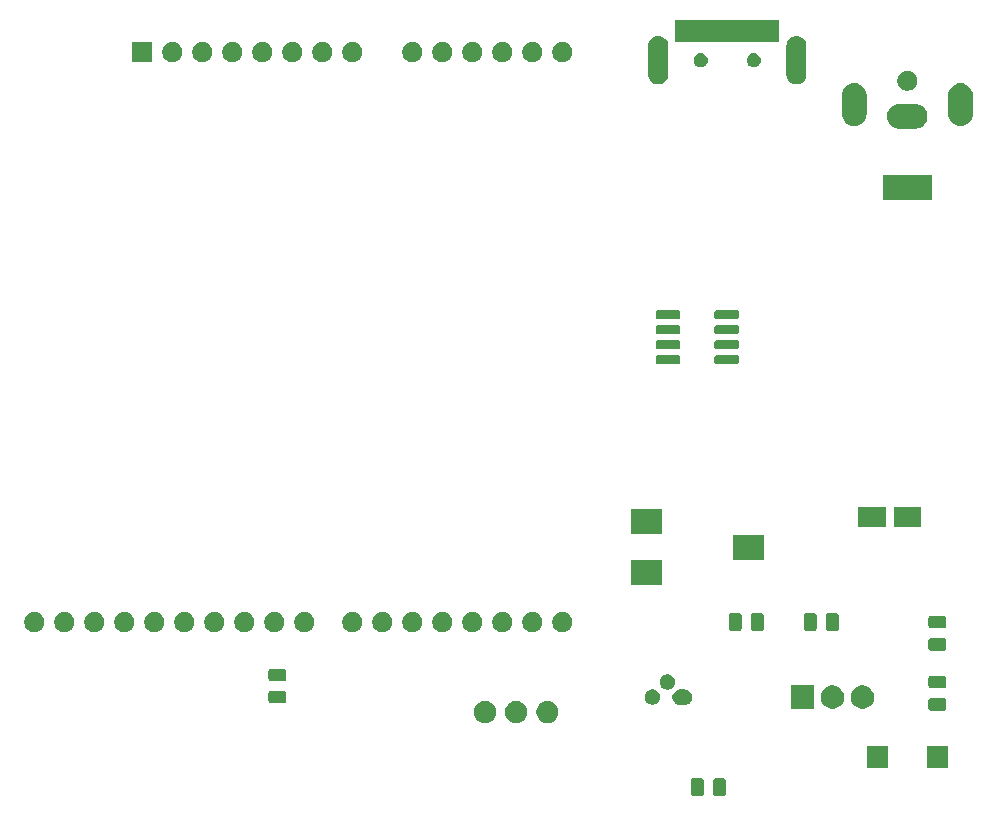
<source format=gbr>
G04 #@! TF.GenerationSoftware,KiCad,Pcbnew,(5.1.5)-3*
G04 #@! TF.CreationDate,2020-04-27T02:41:32-07:00*
G04 #@! TF.ProjectId,SolaRCharger,536f6c61-5243-4686-9172-6765722e6b69,rev?*
G04 #@! TF.SameCoordinates,Original*
G04 #@! TF.FileFunction,Soldermask,Top*
G04 #@! TF.FilePolarity,Negative*
%FSLAX46Y46*%
G04 Gerber Fmt 4.6, Leading zero omitted, Abs format (unit mm)*
G04 Created by KiCad (PCBNEW (5.1.5)-3) date 2020-04-27 02:41:32*
%MOMM*%
%LPD*%
G04 APERTURE LIST*
%ADD10C,0.100000*%
G04 APERTURE END LIST*
D10*
G36*
X138801968Y-140223565D02*
G01*
X138840638Y-140235296D01*
X138876277Y-140254346D01*
X138907517Y-140279983D01*
X138933154Y-140311223D01*
X138952204Y-140346862D01*
X138963935Y-140385532D01*
X138968500Y-140431888D01*
X138968500Y-141508112D01*
X138963935Y-141554468D01*
X138952204Y-141593138D01*
X138933154Y-141628777D01*
X138907517Y-141660017D01*
X138876277Y-141685654D01*
X138840638Y-141704704D01*
X138801968Y-141716435D01*
X138755612Y-141721000D01*
X138104388Y-141721000D01*
X138058032Y-141716435D01*
X138019362Y-141704704D01*
X137983723Y-141685654D01*
X137952483Y-141660017D01*
X137926846Y-141628777D01*
X137907796Y-141593138D01*
X137896065Y-141554468D01*
X137891500Y-141508112D01*
X137891500Y-140431888D01*
X137896065Y-140385532D01*
X137907796Y-140346862D01*
X137926846Y-140311223D01*
X137952483Y-140279983D01*
X137983723Y-140254346D01*
X138019362Y-140235296D01*
X138058032Y-140223565D01*
X138104388Y-140219000D01*
X138755612Y-140219000D01*
X138801968Y-140223565D01*
G37*
G36*
X140676968Y-140223565D02*
G01*
X140715638Y-140235296D01*
X140751277Y-140254346D01*
X140782517Y-140279983D01*
X140808154Y-140311223D01*
X140827204Y-140346862D01*
X140838935Y-140385532D01*
X140843500Y-140431888D01*
X140843500Y-141508112D01*
X140838935Y-141554468D01*
X140827204Y-141593138D01*
X140808154Y-141628777D01*
X140782517Y-141660017D01*
X140751277Y-141685654D01*
X140715638Y-141704704D01*
X140676968Y-141716435D01*
X140630612Y-141721000D01*
X139979388Y-141721000D01*
X139933032Y-141716435D01*
X139894362Y-141704704D01*
X139858723Y-141685654D01*
X139827483Y-141660017D01*
X139801846Y-141628777D01*
X139782796Y-141593138D01*
X139771065Y-141554468D01*
X139766500Y-141508112D01*
X139766500Y-140431888D01*
X139771065Y-140385532D01*
X139782796Y-140346862D01*
X139801846Y-140311223D01*
X139827483Y-140279983D01*
X139858723Y-140254346D01*
X139894362Y-140235296D01*
X139933032Y-140223565D01*
X139979388Y-140219000D01*
X140630612Y-140219000D01*
X140676968Y-140223565D01*
G37*
G36*
X154571000Y-139331000D02*
G01*
X152769000Y-139331000D01*
X152769000Y-137529000D01*
X154571000Y-137529000D01*
X154571000Y-139331000D01*
G37*
G36*
X159651000Y-139331000D02*
G01*
X157849000Y-139331000D01*
X157849000Y-137529000D01*
X159651000Y-137529000D01*
X159651000Y-139331000D01*
G37*
G36*
X126004187Y-133716123D02*
G01*
X126131449Y-133768837D01*
X126175257Y-133786983D01*
X126223652Y-133819320D01*
X126329214Y-133889854D01*
X126460146Y-134020786D01*
X126563018Y-134174745D01*
X126633877Y-134345813D01*
X126670000Y-134527417D01*
X126670000Y-134712583D01*
X126633877Y-134894187D01*
X126563018Y-135065255D01*
X126563017Y-135065257D01*
X126460145Y-135219215D01*
X126329215Y-135350145D01*
X126175257Y-135453017D01*
X126175256Y-135453018D01*
X126175255Y-135453018D01*
X126004187Y-135523877D01*
X125822583Y-135560000D01*
X125637417Y-135560000D01*
X125455813Y-135523877D01*
X125284745Y-135453018D01*
X125284744Y-135453018D01*
X125284743Y-135453017D01*
X125130785Y-135350145D01*
X124999855Y-135219215D01*
X124896983Y-135065257D01*
X124896982Y-135065255D01*
X124826123Y-134894187D01*
X124790000Y-134712583D01*
X124790000Y-134527417D01*
X124826123Y-134345813D01*
X124896982Y-134174745D01*
X124999854Y-134020786D01*
X125130786Y-133889854D01*
X125236348Y-133819320D01*
X125284743Y-133786983D01*
X125328551Y-133768837D01*
X125455813Y-133716123D01*
X125637417Y-133680000D01*
X125822583Y-133680000D01*
X126004187Y-133716123D01*
G37*
G36*
X120724188Y-133716123D02*
G01*
X120851450Y-133768837D01*
X120895258Y-133786983D01*
X120943653Y-133819320D01*
X121049215Y-133889854D01*
X121180147Y-134020786D01*
X121283019Y-134174745D01*
X121353878Y-134345813D01*
X121390001Y-134527417D01*
X121390001Y-134712583D01*
X121353878Y-134894187D01*
X121283019Y-135065255D01*
X121283018Y-135065257D01*
X121180146Y-135219215D01*
X121049216Y-135350145D01*
X120895258Y-135453017D01*
X120895257Y-135453018D01*
X120895256Y-135453018D01*
X120724188Y-135523877D01*
X120542584Y-135560000D01*
X120357418Y-135560000D01*
X120175814Y-135523877D01*
X120004746Y-135453018D01*
X120004745Y-135453018D01*
X120004744Y-135453017D01*
X119850786Y-135350145D01*
X119719856Y-135219215D01*
X119616984Y-135065257D01*
X119616983Y-135065255D01*
X119546124Y-134894187D01*
X119510001Y-134712583D01*
X119510001Y-134527417D01*
X119546124Y-134345813D01*
X119616983Y-134174745D01*
X119719855Y-134020786D01*
X119850787Y-133889854D01*
X119956349Y-133819320D01*
X120004744Y-133786983D01*
X120048552Y-133768837D01*
X120175814Y-133716123D01*
X120357418Y-133680000D01*
X120542584Y-133680000D01*
X120724188Y-133716123D01*
G37*
G36*
X123364187Y-133716123D02*
G01*
X123491449Y-133768837D01*
X123535257Y-133786983D01*
X123583652Y-133819320D01*
X123689214Y-133889854D01*
X123820146Y-134020786D01*
X123923018Y-134174745D01*
X123993877Y-134345813D01*
X124030000Y-134527417D01*
X124030000Y-134712583D01*
X123993877Y-134894187D01*
X123923018Y-135065255D01*
X123923017Y-135065257D01*
X123820145Y-135219215D01*
X123689215Y-135350145D01*
X123535257Y-135453017D01*
X123535256Y-135453018D01*
X123535255Y-135453018D01*
X123364187Y-135523877D01*
X123182583Y-135560000D01*
X122997417Y-135560000D01*
X122815813Y-135523877D01*
X122644745Y-135453018D01*
X122644744Y-135453018D01*
X122644743Y-135453017D01*
X122490785Y-135350145D01*
X122359855Y-135219215D01*
X122256983Y-135065257D01*
X122256982Y-135065255D01*
X122186123Y-134894187D01*
X122150000Y-134712583D01*
X122150000Y-134527417D01*
X122186123Y-134345813D01*
X122256982Y-134174745D01*
X122359854Y-134020786D01*
X122490786Y-133889854D01*
X122596348Y-133819320D01*
X122644743Y-133786983D01*
X122688551Y-133768837D01*
X122815813Y-133716123D01*
X122997417Y-133680000D01*
X123182583Y-133680000D01*
X123364187Y-133716123D01*
G37*
G36*
X159334468Y-133421065D02*
G01*
X159373138Y-133432796D01*
X159408777Y-133451846D01*
X159440017Y-133477483D01*
X159465654Y-133508723D01*
X159484704Y-133544362D01*
X159496435Y-133583032D01*
X159501000Y-133629388D01*
X159501000Y-134280612D01*
X159496435Y-134326968D01*
X159484704Y-134365638D01*
X159465654Y-134401277D01*
X159440017Y-134432517D01*
X159408777Y-134458154D01*
X159373138Y-134477204D01*
X159334468Y-134488935D01*
X159288112Y-134493500D01*
X158211888Y-134493500D01*
X158165532Y-134488935D01*
X158126862Y-134477204D01*
X158091223Y-134458154D01*
X158059983Y-134432517D01*
X158034346Y-134401277D01*
X158015296Y-134365638D01*
X158003565Y-134326968D01*
X157999000Y-134280612D01*
X157999000Y-133629388D01*
X158003565Y-133583032D01*
X158015296Y-133544362D01*
X158034346Y-133508723D01*
X158059983Y-133477483D01*
X158091223Y-133451846D01*
X158126862Y-133432796D01*
X158165532Y-133421065D01*
X158211888Y-133416500D01*
X159288112Y-133416500D01*
X159334468Y-133421065D01*
G37*
G36*
X152689003Y-132397275D02*
G01*
X152689005Y-132397276D01*
X152689006Y-132397276D01*
X152869320Y-132471964D01*
X153031598Y-132580395D01*
X153169605Y-132718402D01*
X153278036Y-132880680D01*
X153352724Y-133060994D01*
X153352725Y-133060997D01*
X153390800Y-133252413D01*
X153390800Y-133447587D01*
X153354638Y-133629388D01*
X153352724Y-133639006D01*
X153278036Y-133819320D01*
X153169605Y-133981598D01*
X153031598Y-134119605D01*
X152869320Y-134228036D01*
X152689006Y-134302724D01*
X152689005Y-134302724D01*
X152689003Y-134302725D01*
X152497587Y-134340800D01*
X152302413Y-134340800D01*
X152110997Y-134302725D01*
X152110995Y-134302724D01*
X152110994Y-134302724D01*
X151930680Y-134228036D01*
X151768402Y-134119605D01*
X151630395Y-133981598D01*
X151521964Y-133819320D01*
X151447276Y-133639006D01*
X151445363Y-133629388D01*
X151409200Y-133447587D01*
X151409200Y-133252413D01*
X151447275Y-133060997D01*
X151447276Y-133060994D01*
X151521964Y-132880680D01*
X151630395Y-132718402D01*
X151768402Y-132580395D01*
X151930680Y-132471964D01*
X152110994Y-132397276D01*
X152110995Y-132397276D01*
X152110997Y-132397275D01*
X152302413Y-132359200D01*
X152497587Y-132359200D01*
X152689003Y-132397275D01*
G37*
G36*
X150149003Y-132397275D02*
G01*
X150149005Y-132397276D01*
X150149006Y-132397276D01*
X150329320Y-132471964D01*
X150491598Y-132580395D01*
X150629605Y-132718402D01*
X150738036Y-132880680D01*
X150812724Y-133060994D01*
X150812725Y-133060997D01*
X150850800Y-133252413D01*
X150850800Y-133447587D01*
X150814638Y-133629388D01*
X150812724Y-133639006D01*
X150738036Y-133819320D01*
X150629605Y-133981598D01*
X150491598Y-134119605D01*
X150329320Y-134228036D01*
X150149006Y-134302724D01*
X150149005Y-134302724D01*
X150149003Y-134302725D01*
X149957587Y-134340800D01*
X149762413Y-134340800D01*
X149570997Y-134302725D01*
X149570995Y-134302724D01*
X149570994Y-134302724D01*
X149390680Y-134228036D01*
X149228402Y-134119605D01*
X149090395Y-133981598D01*
X148981964Y-133819320D01*
X148907276Y-133639006D01*
X148905363Y-133629388D01*
X148869200Y-133447587D01*
X148869200Y-133252413D01*
X148907275Y-133060997D01*
X148907276Y-133060994D01*
X148981964Y-132880680D01*
X149090395Y-132718402D01*
X149228402Y-132580395D01*
X149390680Y-132471964D01*
X149570994Y-132397276D01*
X149570995Y-132397276D01*
X149570997Y-132397275D01*
X149762413Y-132359200D01*
X149957587Y-132359200D01*
X150149003Y-132397275D01*
G37*
G36*
X148310800Y-134340800D02*
G01*
X146329200Y-134340800D01*
X146329200Y-132359200D01*
X148310800Y-132359200D01*
X148310800Y-134340800D01*
G37*
G36*
X134719225Y-132705983D02*
G01*
X134809890Y-132724017D01*
X134928364Y-132773091D01*
X134977756Y-132806094D01*
X135034988Y-132844335D01*
X135125665Y-132935012D01*
X135196910Y-133041638D01*
X135245983Y-133160110D01*
X135271000Y-133285881D01*
X135271000Y-133414119D01*
X135245983Y-133539890D01*
X135204928Y-133639006D01*
X135196909Y-133658364D01*
X135125665Y-133764988D01*
X135034988Y-133855665D01*
X134928364Y-133926909D01*
X134928363Y-133926910D01*
X134928362Y-133926910D01*
X134809890Y-133975983D01*
X134684119Y-134001000D01*
X134555881Y-134001000D01*
X134430110Y-133975983D01*
X134311638Y-133926910D01*
X134311637Y-133926910D01*
X134311636Y-133926909D01*
X134205012Y-133855665D01*
X134114335Y-133764988D01*
X134043091Y-133658364D01*
X134035073Y-133639006D01*
X133994017Y-133539890D01*
X133969000Y-133414119D01*
X133969000Y-133285881D01*
X133994017Y-133160110D01*
X134043090Y-133041638D01*
X134114335Y-132935012D01*
X134205012Y-132844335D01*
X134262244Y-132806094D01*
X134311636Y-132773091D01*
X134430110Y-132724017D01*
X134520775Y-132705983D01*
X134555881Y-132699000D01*
X134684119Y-132699000D01*
X134719225Y-132705983D01*
G37*
G36*
X137423855Y-132702140D02*
G01*
X137487618Y-132708420D01*
X137562054Y-132731000D01*
X137610336Y-132745646D01*
X137723425Y-132806094D01*
X137822554Y-132887446D01*
X137903906Y-132986575D01*
X137964354Y-133099664D01*
X137964355Y-133099668D01*
X138001580Y-133222382D01*
X138014149Y-133350000D01*
X138001580Y-133477618D01*
X137982690Y-133539890D01*
X137964354Y-133600336D01*
X137903906Y-133713425D01*
X137822554Y-133812554D01*
X137723425Y-133893906D01*
X137610336Y-133954354D01*
X137578404Y-133964040D01*
X137487618Y-133991580D01*
X137423855Y-133997860D01*
X137391974Y-134001000D01*
X136928026Y-134001000D01*
X136896145Y-133997860D01*
X136832382Y-133991580D01*
X136741596Y-133964040D01*
X136709664Y-133954354D01*
X136596575Y-133893906D01*
X136497446Y-133812554D01*
X136416094Y-133713425D01*
X136355646Y-133600336D01*
X136337310Y-133539890D01*
X136318420Y-133477618D01*
X136305851Y-133350000D01*
X136318420Y-133222382D01*
X136355645Y-133099668D01*
X136355646Y-133099664D01*
X136416094Y-132986575D01*
X136497446Y-132887446D01*
X136596575Y-132806094D01*
X136709664Y-132745646D01*
X136757946Y-132731000D01*
X136832382Y-132708420D01*
X136896145Y-132702140D01*
X136928026Y-132699000D01*
X137391974Y-132699000D01*
X137423855Y-132702140D01*
G37*
G36*
X103454468Y-132816065D02*
G01*
X103493138Y-132827796D01*
X103528777Y-132846846D01*
X103560017Y-132872483D01*
X103585654Y-132903723D01*
X103604704Y-132939362D01*
X103616435Y-132978032D01*
X103621000Y-133024388D01*
X103621000Y-133675612D01*
X103616435Y-133721968D01*
X103604704Y-133760638D01*
X103585654Y-133796277D01*
X103560017Y-133827517D01*
X103528777Y-133853154D01*
X103493138Y-133872204D01*
X103454468Y-133883935D01*
X103408112Y-133888500D01*
X102331888Y-133888500D01*
X102285532Y-133883935D01*
X102246862Y-133872204D01*
X102211223Y-133853154D01*
X102179983Y-133827517D01*
X102154346Y-133796277D01*
X102135296Y-133760638D01*
X102123565Y-133721968D01*
X102119000Y-133675612D01*
X102119000Y-133024388D01*
X102123565Y-132978032D01*
X102135296Y-132939362D01*
X102154346Y-132903723D01*
X102179983Y-132872483D01*
X102211223Y-132846846D01*
X102246862Y-132827796D01*
X102285532Y-132816065D01*
X102331888Y-132811500D01*
X103408112Y-132811500D01*
X103454468Y-132816065D01*
G37*
G36*
X136079890Y-131454017D02*
G01*
X136198364Y-131503091D01*
X136304988Y-131574335D01*
X136395665Y-131665012D01*
X136466909Y-131771636D01*
X136515983Y-131890110D01*
X136541000Y-132015882D01*
X136541000Y-132144118D01*
X136515983Y-132269890D01*
X136466909Y-132388364D01*
X136395665Y-132494988D01*
X136304988Y-132585665D01*
X136198364Y-132656909D01*
X136198363Y-132656910D01*
X136198362Y-132656910D01*
X136079890Y-132705983D01*
X135954119Y-132731000D01*
X135825881Y-132731000D01*
X135700110Y-132705983D01*
X135581638Y-132656910D01*
X135581637Y-132656910D01*
X135581636Y-132656909D01*
X135475012Y-132585665D01*
X135384335Y-132494988D01*
X135313091Y-132388364D01*
X135264017Y-132269890D01*
X135239000Y-132144118D01*
X135239000Y-132015882D01*
X135264017Y-131890110D01*
X135313091Y-131771636D01*
X135384335Y-131665012D01*
X135475012Y-131574335D01*
X135581636Y-131503091D01*
X135700110Y-131454017D01*
X135825881Y-131429000D01*
X135954119Y-131429000D01*
X136079890Y-131454017D01*
G37*
G36*
X159334468Y-131546065D02*
G01*
X159373138Y-131557796D01*
X159408777Y-131576846D01*
X159440017Y-131602483D01*
X159465654Y-131633723D01*
X159484704Y-131669362D01*
X159496435Y-131708032D01*
X159501000Y-131754388D01*
X159501000Y-132405612D01*
X159496435Y-132451968D01*
X159484704Y-132490638D01*
X159465654Y-132526277D01*
X159440017Y-132557517D01*
X159408777Y-132583154D01*
X159373138Y-132602204D01*
X159334468Y-132613935D01*
X159288112Y-132618500D01*
X158211888Y-132618500D01*
X158165532Y-132613935D01*
X158126862Y-132602204D01*
X158091223Y-132583154D01*
X158059983Y-132557517D01*
X158034346Y-132526277D01*
X158015296Y-132490638D01*
X158003565Y-132451968D01*
X157999000Y-132405612D01*
X157999000Y-131754388D01*
X158003565Y-131708032D01*
X158015296Y-131669362D01*
X158034346Y-131633723D01*
X158059983Y-131602483D01*
X158091223Y-131576846D01*
X158126862Y-131557796D01*
X158165532Y-131546065D01*
X158211888Y-131541500D01*
X159288112Y-131541500D01*
X159334468Y-131546065D01*
G37*
G36*
X103454468Y-130941065D02*
G01*
X103493138Y-130952796D01*
X103528777Y-130971846D01*
X103560017Y-130997483D01*
X103585654Y-131028723D01*
X103604704Y-131064362D01*
X103616435Y-131103032D01*
X103621000Y-131149388D01*
X103621000Y-131800612D01*
X103616435Y-131846968D01*
X103604704Y-131885638D01*
X103585654Y-131921277D01*
X103560017Y-131952517D01*
X103528777Y-131978154D01*
X103493138Y-131997204D01*
X103454468Y-132008935D01*
X103408112Y-132013500D01*
X102331888Y-132013500D01*
X102285532Y-132008935D01*
X102246862Y-131997204D01*
X102211223Y-131978154D01*
X102179983Y-131952517D01*
X102154346Y-131921277D01*
X102135296Y-131885638D01*
X102123565Y-131846968D01*
X102119000Y-131800612D01*
X102119000Y-131149388D01*
X102123565Y-131103032D01*
X102135296Y-131064362D01*
X102154346Y-131028723D01*
X102179983Y-130997483D01*
X102211223Y-130971846D01*
X102246862Y-130952796D01*
X102285532Y-130941065D01*
X102331888Y-130936500D01*
X103408112Y-130936500D01*
X103454468Y-130941065D01*
G37*
G36*
X159334468Y-128341065D02*
G01*
X159373138Y-128352796D01*
X159408777Y-128371846D01*
X159440017Y-128397483D01*
X159465654Y-128428723D01*
X159484704Y-128464362D01*
X159496435Y-128503032D01*
X159501000Y-128549388D01*
X159501000Y-129200612D01*
X159496435Y-129246968D01*
X159484704Y-129285638D01*
X159465654Y-129321277D01*
X159440017Y-129352517D01*
X159408777Y-129378154D01*
X159373138Y-129397204D01*
X159334468Y-129408935D01*
X159288112Y-129413500D01*
X158211888Y-129413500D01*
X158165532Y-129408935D01*
X158126862Y-129397204D01*
X158091223Y-129378154D01*
X158059983Y-129352517D01*
X158034346Y-129321277D01*
X158015296Y-129285638D01*
X158003565Y-129246968D01*
X157999000Y-129200612D01*
X157999000Y-128549388D01*
X158003565Y-128503032D01*
X158015296Y-128464362D01*
X158034346Y-128428723D01*
X158059983Y-128397483D01*
X158091223Y-128371846D01*
X158126862Y-128352796D01*
X158165532Y-128341065D01*
X158211888Y-128336500D01*
X159288112Y-128336500D01*
X159334468Y-128341065D01*
G37*
G36*
X124708228Y-126181703D02*
G01*
X124863100Y-126245853D01*
X125002481Y-126338985D01*
X125121015Y-126457519D01*
X125214147Y-126596900D01*
X125278297Y-126751772D01*
X125311000Y-126916184D01*
X125311000Y-127083816D01*
X125278297Y-127248228D01*
X125214147Y-127403100D01*
X125121015Y-127542481D01*
X125002481Y-127661015D01*
X124863100Y-127754147D01*
X124708228Y-127818297D01*
X124543816Y-127851000D01*
X124376184Y-127851000D01*
X124211772Y-127818297D01*
X124056900Y-127754147D01*
X123917519Y-127661015D01*
X123798985Y-127542481D01*
X123705853Y-127403100D01*
X123641703Y-127248228D01*
X123609000Y-127083816D01*
X123609000Y-126916184D01*
X123641703Y-126751772D01*
X123705853Y-126596900D01*
X123798985Y-126457519D01*
X123917519Y-126338985D01*
X124056900Y-126245853D01*
X124211772Y-126181703D01*
X124376184Y-126149000D01*
X124543816Y-126149000D01*
X124708228Y-126181703D01*
G37*
G36*
X82548228Y-126181703D02*
G01*
X82703100Y-126245853D01*
X82842481Y-126338985D01*
X82961015Y-126457519D01*
X83054147Y-126596900D01*
X83118297Y-126751772D01*
X83151000Y-126916184D01*
X83151000Y-127083816D01*
X83118297Y-127248228D01*
X83054147Y-127403100D01*
X82961015Y-127542481D01*
X82842481Y-127661015D01*
X82703100Y-127754147D01*
X82548228Y-127818297D01*
X82383816Y-127851000D01*
X82216184Y-127851000D01*
X82051772Y-127818297D01*
X81896900Y-127754147D01*
X81757519Y-127661015D01*
X81638985Y-127542481D01*
X81545853Y-127403100D01*
X81481703Y-127248228D01*
X81449000Y-127083816D01*
X81449000Y-126916184D01*
X81481703Y-126751772D01*
X81545853Y-126596900D01*
X81638985Y-126457519D01*
X81757519Y-126338985D01*
X81896900Y-126245853D01*
X82051772Y-126181703D01*
X82216184Y-126149000D01*
X82383816Y-126149000D01*
X82548228Y-126181703D01*
G37*
G36*
X85088228Y-126181703D02*
G01*
X85243100Y-126245853D01*
X85382481Y-126338985D01*
X85501015Y-126457519D01*
X85594147Y-126596900D01*
X85658297Y-126751772D01*
X85691000Y-126916184D01*
X85691000Y-127083816D01*
X85658297Y-127248228D01*
X85594147Y-127403100D01*
X85501015Y-127542481D01*
X85382481Y-127661015D01*
X85243100Y-127754147D01*
X85088228Y-127818297D01*
X84923816Y-127851000D01*
X84756184Y-127851000D01*
X84591772Y-127818297D01*
X84436900Y-127754147D01*
X84297519Y-127661015D01*
X84178985Y-127542481D01*
X84085853Y-127403100D01*
X84021703Y-127248228D01*
X83989000Y-127083816D01*
X83989000Y-126916184D01*
X84021703Y-126751772D01*
X84085853Y-126596900D01*
X84178985Y-126457519D01*
X84297519Y-126338985D01*
X84436900Y-126245853D01*
X84591772Y-126181703D01*
X84756184Y-126149000D01*
X84923816Y-126149000D01*
X85088228Y-126181703D01*
G37*
G36*
X122168228Y-126181703D02*
G01*
X122323100Y-126245853D01*
X122462481Y-126338985D01*
X122581015Y-126457519D01*
X122674147Y-126596900D01*
X122738297Y-126751772D01*
X122771000Y-126916184D01*
X122771000Y-127083816D01*
X122738297Y-127248228D01*
X122674147Y-127403100D01*
X122581015Y-127542481D01*
X122462481Y-127661015D01*
X122323100Y-127754147D01*
X122168228Y-127818297D01*
X122003816Y-127851000D01*
X121836184Y-127851000D01*
X121671772Y-127818297D01*
X121516900Y-127754147D01*
X121377519Y-127661015D01*
X121258985Y-127542481D01*
X121165853Y-127403100D01*
X121101703Y-127248228D01*
X121069000Y-127083816D01*
X121069000Y-126916184D01*
X121101703Y-126751772D01*
X121165853Y-126596900D01*
X121258985Y-126457519D01*
X121377519Y-126338985D01*
X121516900Y-126245853D01*
X121671772Y-126181703D01*
X121836184Y-126149000D01*
X122003816Y-126149000D01*
X122168228Y-126181703D01*
G37*
G36*
X119628228Y-126181703D02*
G01*
X119783100Y-126245853D01*
X119922481Y-126338985D01*
X120041015Y-126457519D01*
X120134147Y-126596900D01*
X120198297Y-126751772D01*
X120231000Y-126916184D01*
X120231000Y-127083816D01*
X120198297Y-127248228D01*
X120134147Y-127403100D01*
X120041015Y-127542481D01*
X119922481Y-127661015D01*
X119783100Y-127754147D01*
X119628228Y-127818297D01*
X119463816Y-127851000D01*
X119296184Y-127851000D01*
X119131772Y-127818297D01*
X118976900Y-127754147D01*
X118837519Y-127661015D01*
X118718985Y-127542481D01*
X118625853Y-127403100D01*
X118561703Y-127248228D01*
X118529000Y-127083816D01*
X118529000Y-126916184D01*
X118561703Y-126751772D01*
X118625853Y-126596900D01*
X118718985Y-126457519D01*
X118837519Y-126338985D01*
X118976900Y-126245853D01*
X119131772Y-126181703D01*
X119296184Y-126149000D01*
X119463816Y-126149000D01*
X119628228Y-126181703D01*
G37*
G36*
X117088228Y-126181703D02*
G01*
X117243100Y-126245853D01*
X117382481Y-126338985D01*
X117501015Y-126457519D01*
X117594147Y-126596900D01*
X117658297Y-126751772D01*
X117691000Y-126916184D01*
X117691000Y-127083816D01*
X117658297Y-127248228D01*
X117594147Y-127403100D01*
X117501015Y-127542481D01*
X117382481Y-127661015D01*
X117243100Y-127754147D01*
X117088228Y-127818297D01*
X116923816Y-127851000D01*
X116756184Y-127851000D01*
X116591772Y-127818297D01*
X116436900Y-127754147D01*
X116297519Y-127661015D01*
X116178985Y-127542481D01*
X116085853Y-127403100D01*
X116021703Y-127248228D01*
X115989000Y-127083816D01*
X115989000Y-126916184D01*
X116021703Y-126751772D01*
X116085853Y-126596900D01*
X116178985Y-126457519D01*
X116297519Y-126338985D01*
X116436900Y-126245853D01*
X116591772Y-126181703D01*
X116756184Y-126149000D01*
X116923816Y-126149000D01*
X117088228Y-126181703D01*
G37*
G36*
X114548228Y-126181703D02*
G01*
X114703100Y-126245853D01*
X114842481Y-126338985D01*
X114961015Y-126457519D01*
X115054147Y-126596900D01*
X115118297Y-126751772D01*
X115151000Y-126916184D01*
X115151000Y-127083816D01*
X115118297Y-127248228D01*
X115054147Y-127403100D01*
X114961015Y-127542481D01*
X114842481Y-127661015D01*
X114703100Y-127754147D01*
X114548228Y-127818297D01*
X114383816Y-127851000D01*
X114216184Y-127851000D01*
X114051772Y-127818297D01*
X113896900Y-127754147D01*
X113757519Y-127661015D01*
X113638985Y-127542481D01*
X113545853Y-127403100D01*
X113481703Y-127248228D01*
X113449000Y-127083816D01*
X113449000Y-126916184D01*
X113481703Y-126751772D01*
X113545853Y-126596900D01*
X113638985Y-126457519D01*
X113757519Y-126338985D01*
X113896900Y-126245853D01*
X114051772Y-126181703D01*
X114216184Y-126149000D01*
X114383816Y-126149000D01*
X114548228Y-126181703D01*
G37*
G36*
X112008228Y-126181703D02*
G01*
X112163100Y-126245853D01*
X112302481Y-126338985D01*
X112421015Y-126457519D01*
X112514147Y-126596900D01*
X112578297Y-126751772D01*
X112611000Y-126916184D01*
X112611000Y-127083816D01*
X112578297Y-127248228D01*
X112514147Y-127403100D01*
X112421015Y-127542481D01*
X112302481Y-127661015D01*
X112163100Y-127754147D01*
X112008228Y-127818297D01*
X111843816Y-127851000D01*
X111676184Y-127851000D01*
X111511772Y-127818297D01*
X111356900Y-127754147D01*
X111217519Y-127661015D01*
X111098985Y-127542481D01*
X111005853Y-127403100D01*
X110941703Y-127248228D01*
X110909000Y-127083816D01*
X110909000Y-126916184D01*
X110941703Y-126751772D01*
X111005853Y-126596900D01*
X111098985Y-126457519D01*
X111217519Y-126338985D01*
X111356900Y-126245853D01*
X111511772Y-126181703D01*
X111676184Y-126149000D01*
X111843816Y-126149000D01*
X112008228Y-126181703D01*
G37*
G36*
X109468228Y-126181703D02*
G01*
X109623100Y-126245853D01*
X109762481Y-126338985D01*
X109881015Y-126457519D01*
X109974147Y-126596900D01*
X110038297Y-126751772D01*
X110071000Y-126916184D01*
X110071000Y-127083816D01*
X110038297Y-127248228D01*
X109974147Y-127403100D01*
X109881015Y-127542481D01*
X109762481Y-127661015D01*
X109623100Y-127754147D01*
X109468228Y-127818297D01*
X109303816Y-127851000D01*
X109136184Y-127851000D01*
X108971772Y-127818297D01*
X108816900Y-127754147D01*
X108677519Y-127661015D01*
X108558985Y-127542481D01*
X108465853Y-127403100D01*
X108401703Y-127248228D01*
X108369000Y-127083816D01*
X108369000Y-126916184D01*
X108401703Y-126751772D01*
X108465853Y-126596900D01*
X108558985Y-126457519D01*
X108677519Y-126338985D01*
X108816900Y-126245853D01*
X108971772Y-126181703D01*
X109136184Y-126149000D01*
X109303816Y-126149000D01*
X109468228Y-126181703D01*
G37*
G36*
X105408228Y-126181703D02*
G01*
X105563100Y-126245853D01*
X105702481Y-126338985D01*
X105821015Y-126457519D01*
X105914147Y-126596900D01*
X105978297Y-126751772D01*
X106011000Y-126916184D01*
X106011000Y-127083816D01*
X105978297Y-127248228D01*
X105914147Y-127403100D01*
X105821015Y-127542481D01*
X105702481Y-127661015D01*
X105563100Y-127754147D01*
X105408228Y-127818297D01*
X105243816Y-127851000D01*
X105076184Y-127851000D01*
X104911772Y-127818297D01*
X104756900Y-127754147D01*
X104617519Y-127661015D01*
X104498985Y-127542481D01*
X104405853Y-127403100D01*
X104341703Y-127248228D01*
X104309000Y-127083816D01*
X104309000Y-126916184D01*
X104341703Y-126751772D01*
X104405853Y-126596900D01*
X104498985Y-126457519D01*
X104617519Y-126338985D01*
X104756900Y-126245853D01*
X104911772Y-126181703D01*
X105076184Y-126149000D01*
X105243816Y-126149000D01*
X105408228Y-126181703D01*
G37*
G36*
X90168228Y-126181703D02*
G01*
X90323100Y-126245853D01*
X90462481Y-126338985D01*
X90581015Y-126457519D01*
X90674147Y-126596900D01*
X90738297Y-126751772D01*
X90771000Y-126916184D01*
X90771000Y-127083816D01*
X90738297Y-127248228D01*
X90674147Y-127403100D01*
X90581015Y-127542481D01*
X90462481Y-127661015D01*
X90323100Y-127754147D01*
X90168228Y-127818297D01*
X90003816Y-127851000D01*
X89836184Y-127851000D01*
X89671772Y-127818297D01*
X89516900Y-127754147D01*
X89377519Y-127661015D01*
X89258985Y-127542481D01*
X89165853Y-127403100D01*
X89101703Y-127248228D01*
X89069000Y-127083816D01*
X89069000Y-126916184D01*
X89101703Y-126751772D01*
X89165853Y-126596900D01*
X89258985Y-126457519D01*
X89377519Y-126338985D01*
X89516900Y-126245853D01*
X89671772Y-126181703D01*
X89836184Y-126149000D01*
X90003816Y-126149000D01*
X90168228Y-126181703D01*
G37*
G36*
X127248228Y-126181703D02*
G01*
X127403100Y-126245853D01*
X127542481Y-126338985D01*
X127661015Y-126457519D01*
X127754147Y-126596900D01*
X127818297Y-126751772D01*
X127851000Y-126916184D01*
X127851000Y-127083816D01*
X127818297Y-127248228D01*
X127754147Y-127403100D01*
X127661015Y-127542481D01*
X127542481Y-127661015D01*
X127403100Y-127754147D01*
X127248228Y-127818297D01*
X127083816Y-127851000D01*
X126916184Y-127851000D01*
X126751772Y-127818297D01*
X126596900Y-127754147D01*
X126457519Y-127661015D01*
X126338985Y-127542481D01*
X126245853Y-127403100D01*
X126181703Y-127248228D01*
X126149000Y-127083816D01*
X126149000Y-126916184D01*
X126181703Y-126751772D01*
X126245853Y-126596900D01*
X126338985Y-126457519D01*
X126457519Y-126338985D01*
X126596900Y-126245853D01*
X126751772Y-126181703D01*
X126916184Y-126149000D01*
X127083816Y-126149000D01*
X127248228Y-126181703D01*
G37*
G36*
X87628228Y-126181703D02*
G01*
X87783100Y-126245853D01*
X87922481Y-126338985D01*
X88041015Y-126457519D01*
X88134147Y-126596900D01*
X88198297Y-126751772D01*
X88231000Y-126916184D01*
X88231000Y-127083816D01*
X88198297Y-127248228D01*
X88134147Y-127403100D01*
X88041015Y-127542481D01*
X87922481Y-127661015D01*
X87783100Y-127754147D01*
X87628228Y-127818297D01*
X87463816Y-127851000D01*
X87296184Y-127851000D01*
X87131772Y-127818297D01*
X86976900Y-127754147D01*
X86837519Y-127661015D01*
X86718985Y-127542481D01*
X86625853Y-127403100D01*
X86561703Y-127248228D01*
X86529000Y-127083816D01*
X86529000Y-126916184D01*
X86561703Y-126751772D01*
X86625853Y-126596900D01*
X86718985Y-126457519D01*
X86837519Y-126338985D01*
X86976900Y-126245853D01*
X87131772Y-126181703D01*
X87296184Y-126149000D01*
X87463816Y-126149000D01*
X87628228Y-126181703D01*
G37*
G36*
X92708228Y-126181703D02*
G01*
X92863100Y-126245853D01*
X93002481Y-126338985D01*
X93121015Y-126457519D01*
X93214147Y-126596900D01*
X93278297Y-126751772D01*
X93311000Y-126916184D01*
X93311000Y-127083816D01*
X93278297Y-127248228D01*
X93214147Y-127403100D01*
X93121015Y-127542481D01*
X93002481Y-127661015D01*
X92863100Y-127754147D01*
X92708228Y-127818297D01*
X92543816Y-127851000D01*
X92376184Y-127851000D01*
X92211772Y-127818297D01*
X92056900Y-127754147D01*
X91917519Y-127661015D01*
X91798985Y-127542481D01*
X91705853Y-127403100D01*
X91641703Y-127248228D01*
X91609000Y-127083816D01*
X91609000Y-126916184D01*
X91641703Y-126751772D01*
X91705853Y-126596900D01*
X91798985Y-126457519D01*
X91917519Y-126338985D01*
X92056900Y-126245853D01*
X92211772Y-126181703D01*
X92376184Y-126149000D01*
X92543816Y-126149000D01*
X92708228Y-126181703D01*
G37*
G36*
X95248228Y-126181703D02*
G01*
X95403100Y-126245853D01*
X95542481Y-126338985D01*
X95661015Y-126457519D01*
X95754147Y-126596900D01*
X95818297Y-126751772D01*
X95851000Y-126916184D01*
X95851000Y-127083816D01*
X95818297Y-127248228D01*
X95754147Y-127403100D01*
X95661015Y-127542481D01*
X95542481Y-127661015D01*
X95403100Y-127754147D01*
X95248228Y-127818297D01*
X95083816Y-127851000D01*
X94916184Y-127851000D01*
X94751772Y-127818297D01*
X94596900Y-127754147D01*
X94457519Y-127661015D01*
X94338985Y-127542481D01*
X94245853Y-127403100D01*
X94181703Y-127248228D01*
X94149000Y-127083816D01*
X94149000Y-126916184D01*
X94181703Y-126751772D01*
X94245853Y-126596900D01*
X94338985Y-126457519D01*
X94457519Y-126338985D01*
X94596900Y-126245853D01*
X94751772Y-126181703D01*
X94916184Y-126149000D01*
X95083816Y-126149000D01*
X95248228Y-126181703D01*
G37*
G36*
X97788228Y-126181703D02*
G01*
X97943100Y-126245853D01*
X98082481Y-126338985D01*
X98201015Y-126457519D01*
X98294147Y-126596900D01*
X98358297Y-126751772D01*
X98391000Y-126916184D01*
X98391000Y-127083816D01*
X98358297Y-127248228D01*
X98294147Y-127403100D01*
X98201015Y-127542481D01*
X98082481Y-127661015D01*
X97943100Y-127754147D01*
X97788228Y-127818297D01*
X97623816Y-127851000D01*
X97456184Y-127851000D01*
X97291772Y-127818297D01*
X97136900Y-127754147D01*
X96997519Y-127661015D01*
X96878985Y-127542481D01*
X96785853Y-127403100D01*
X96721703Y-127248228D01*
X96689000Y-127083816D01*
X96689000Y-126916184D01*
X96721703Y-126751772D01*
X96785853Y-126596900D01*
X96878985Y-126457519D01*
X96997519Y-126338985D01*
X97136900Y-126245853D01*
X97291772Y-126181703D01*
X97456184Y-126149000D01*
X97623816Y-126149000D01*
X97788228Y-126181703D01*
G37*
G36*
X100328228Y-126181703D02*
G01*
X100483100Y-126245853D01*
X100622481Y-126338985D01*
X100741015Y-126457519D01*
X100834147Y-126596900D01*
X100898297Y-126751772D01*
X100931000Y-126916184D01*
X100931000Y-127083816D01*
X100898297Y-127248228D01*
X100834147Y-127403100D01*
X100741015Y-127542481D01*
X100622481Y-127661015D01*
X100483100Y-127754147D01*
X100328228Y-127818297D01*
X100163816Y-127851000D01*
X99996184Y-127851000D01*
X99831772Y-127818297D01*
X99676900Y-127754147D01*
X99537519Y-127661015D01*
X99418985Y-127542481D01*
X99325853Y-127403100D01*
X99261703Y-127248228D01*
X99229000Y-127083816D01*
X99229000Y-126916184D01*
X99261703Y-126751772D01*
X99325853Y-126596900D01*
X99418985Y-126457519D01*
X99537519Y-126338985D01*
X99676900Y-126245853D01*
X99831772Y-126181703D01*
X99996184Y-126149000D01*
X100163816Y-126149000D01*
X100328228Y-126181703D01*
G37*
G36*
X102868228Y-126181703D02*
G01*
X103023100Y-126245853D01*
X103162481Y-126338985D01*
X103281015Y-126457519D01*
X103374147Y-126596900D01*
X103438297Y-126751772D01*
X103471000Y-126916184D01*
X103471000Y-127083816D01*
X103438297Y-127248228D01*
X103374147Y-127403100D01*
X103281015Y-127542481D01*
X103162481Y-127661015D01*
X103023100Y-127754147D01*
X102868228Y-127818297D01*
X102703816Y-127851000D01*
X102536184Y-127851000D01*
X102371772Y-127818297D01*
X102216900Y-127754147D01*
X102077519Y-127661015D01*
X101958985Y-127542481D01*
X101865853Y-127403100D01*
X101801703Y-127248228D01*
X101769000Y-127083816D01*
X101769000Y-126916184D01*
X101801703Y-126751772D01*
X101865853Y-126596900D01*
X101958985Y-126457519D01*
X102077519Y-126338985D01*
X102216900Y-126245853D01*
X102371772Y-126181703D01*
X102536184Y-126149000D01*
X102703816Y-126149000D01*
X102868228Y-126181703D01*
G37*
G36*
X148356968Y-126253565D02*
G01*
X148395638Y-126265296D01*
X148431277Y-126284346D01*
X148462517Y-126309983D01*
X148488154Y-126341223D01*
X148507204Y-126376862D01*
X148518935Y-126415532D01*
X148523500Y-126461888D01*
X148523500Y-127538112D01*
X148518935Y-127584468D01*
X148507204Y-127623138D01*
X148488154Y-127658777D01*
X148462517Y-127690017D01*
X148431277Y-127715654D01*
X148395638Y-127734704D01*
X148356968Y-127746435D01*
X148310612Y-127751000D01*
X147659388Y-127751000D01*
X147613032Y-127746435D01*
X147574362Y-127734704D01*
X147538723Y-127715654D01*
X147507483Y-127690017D01*
X147481846Y-127658777D01*
X147462796Y-127623138D01*
X147451065Y-127584468D01*
X147446500Y-127538112D01*
X147446500Y-126461888D01*
X147451065Y-126415532D01*
X147462796Y-126376862D01*
X147481846Y-126341223D01*
X147507483Y-126309983D01*
X147538723Y-126284346D01*
X147574362Y-126265296D01*
X147613032Y-126253565D01*
X147659388Y-126249000D01*
X148310612Y-126249000D01*
X148356968Y-126253565D01*
G37*
G36*
X150231968Y-126253565D02*
G01*
X150270638Y-126265296D01*
X150306277Y-126284346D01*
X150337517Y-126309983D01*
X150363154Y-126341223D01*
X150382204Y-126376862D01*
X150393935Y-126415532D01*
X150398500Y-126461888D01*
X150398500Y-127538112D01*
X150393935Y-127584468D01*
X150382204Y-127623138D01*
X150363154Y-127658777D01*
X150337517Y-127690017D01*
X150306277Y-127715654D01*
X150270638Y-127734704D01*
X150231968Y-127746435D01*
X150185612Y-127751000D01*
X149534388Y-127751000D01*
X149488032Y-127746435D01*
X149449362Y-127734704D01*
X149413723Y-127715654D01*
X149382483Y-127690017D01*
X149356846Y-127658777D01*
X149337796Y-127623138D01*
X149326065Y-127584468D01*
X149321500Y-127538112D01*
X149321500Y-126461888D01*
X149326065Y-126415532D01*
X149337796Y-126376862D01*
X149356846Y-126341223D01*
X149382483Y-126309983D01*
X149413723Y-126284346D01*
X149449362Y-126265296D01*
X149488032Y-126253565D01*
X149534388Y-126249000D01*
X150185612Y-126249000D01*
X150231968Y-126253565D01*
G37*
G36*
X142006968Y-126253565D02*
G01*
X142045638Y-126265296D01*
X142081277Y-126284346D01*
X142112517Y-126309983D01*
X142138154Y-126341223D01*
X142157204Y-126376862D01*
X142168935Y-126415532D01*
X142173500Y-126461888D01*
X142173500Y-127538112D01*
X142168935Y-127584468D01*
X142157204Y-127623138D01*
X142138154Y-127658777D01*
X142112517Y-127690017D01*
X142081277Y-127715654D01*
X142045638Y-127734704D01*
X142006968Y-127746435D01*
X141960612Y-127751000D01*
X141309388Y-127751000D01*
X141263032Y-127746435D01*
X141224362Y-127734704D01*
X141188723Y-127715654D01*
X141157483Y-127690017D01*
X141131846Y-127658777D01*
X141112796Y-127623138D01*
X141101065Y-127584468D01*
X141096500Y-127538112D01*
X141096500Y-126461888D01*
X141101065Y-126415532D01*
X141112796Y-126376862D01*
X141131846Y-126341223D01*
X141157483Y-126309983D01*
X141188723Y-126284346D01*
X141224362Y-126265296D01*
X141263032Y-126253565D01*
X141309388Y-126249000D01*
X141960612Y-126249000D01*
X142006968Y-126253565D01*
G37*
G36*
X143881968Y-126253565D02*
G01*
X143920638Y-126265296D01*
X143956277Y-126284346D01*
X143987517Y-126309983D01*
X144013154Y-126341223D01*
X144032204Y-126376862D01*
X144043935Y-126415532D01*
X144048500Y-126461888D01*
X144048500Y-127538112D01*
X144043935Y-127584468D01*
X144032204Y-127623138D01*
X144013154Y-127658777D01*
X143987517Y-127690017D01*
X143956277Y-127715654D01*
X143920638Y-127734704D01*
X143881968Y-127746435D01*
X143835612Y-127751000D01*
X143184388Y-127751000D01*
X143138032Y-127746435D01*
X143099362Y-127734704D01*
X143063723Y-127715654D01*
X143032483Y-127690017D01*
X143006846Y-127658777D01*
X142987796Y-127623138D01*
X142976065Y-127584468D01*
X142971500Y-127538112D01*
X142971500Y-126461888D01*
X142976065Y-126415532D01*
X142987796Y-126376862D01*
X143006846Y-126341223D01*
X143032483Y-126309983D01*
X143063723Y-126284346D01*
X143099362Y-126265296D01*
X143138032Y-126253565D01*
X143184388Y-126249000D01*
X143835612Y-126249000D01*
X143881968Y-126253565D01*
G37*
G36*
X159334468Y-126466065D02*
G01*
X159373138Y-126477796D01*
X159408777Y-126496846D01*
X159440017Y-126522483D01*
X159465654Y-126553723D01*
X159484704Y-126589362D01*
X159496435Y-126628032D01*
X159501000Y-126674388D01*
X159501000Y-127325612D01*
X159496435Y-127371968D01*
X159484704Y-127410638D01*
X159465654Y-127446277D01*
X159440017Y-127477517D01*
X159408777Y-127503154D01*
X159373138Y-127522204D01*
X159334468Y-127533935D01*
X159288112Y-127538500D01*
X158211888Y-127538500D01*
X158165532Y-127533935D01*
X158126862Y-127522204D01*
X158091223Y-127503154D01*
X158059983Y-127477517D01*
X158034346Y-127446277D01*
X158015296Y-127410638D01*
X158003565Y-127371968D01*
X157999000Y-127325612D01*
X157999000Y-126674388D01*
X158003565Y-126628032D01*
X158015296Y-126589362D01*
X158034346Y-126553723D01*
X158059983Y-126522483D01*
X158091223Y-126496846D01*
X158126862Y-126477796D01*
X158165532Y-126466065D01*
X158211888Y-126461500D01*
X159288112Y-126461500D01*
X159334468Y-126466065D01*
G37*
G36*
X135406000Y-123851000D02*
G01*
X132804000Y-123851000D01*
X132804000Y-121749000D01*
X135406000Y-121749000D01*
X135406000Y-123851000D01*
G37*
G36*
X144056000Y-121701000D02*
G01*
X141454000Y-121701000D01*
X141454000Y-119599000D01*
X144056000Y-119599000D01*
X144056000Y-121701000D01*
G37*
G36*
X135406000Y-119551000D02*
G01*
X132804000Y-119551000D01*
X132804000Y-117449000D01*
X135406000Y-117449000D01*
X135406000Y-119551000D01*
G37*
G36*
X154361000Y-118961000D02*
G01*
X152059000Y-118961000D01*
X152059000Y-117259000D01*
X154361000Y-117259000D01*
X154361000Y-118961000D01*
G37*
G36*
X157361000Y-118961000D02*
G01*
X155059000Y-118961000D01*
X155059000Y-117259000D01*
X157361000Y-117259000D01*
X157361000Y-118961000D01*
G37*
G36*
X141839928Y-104426764D02*
G01*
X141861009Y-104433160D01*
X141880445Y-104443548D01*
X141897476Y-104457524D01*
X141911452Y-104474555D01*
X141921840Y-104493991D01*
X141928236Y-104515072D01*
X141931000Y-104543140D01*
X141931000Y-105006860D01*
X141928236Y-105034928D01*
X141921840Y-105056009D01*
X141911452Y-105075445D01*
X141897476Y-105092476D01*
X141880445Y-105106452D01*
X141861009Y-105116840D01*
X141839928Y-105123236D01*
X141811860Y-105126000D01*
X139998140Y-105126000D01*
X139970072Y-105123236D01*
X139948991Y-105116840D01*
X139929555Y-105106452D01*
X139912524Y-105092476D01*
X139898548Y-105075445D01*
X139888160Y-105056009D01*
X139881764Y-105034928D01*
X139879000Y-105006860D01*
X139879000Y-104543140D01*
X139881764Y-104515072D01*
X139888160Y-104493991D01*
X139898548Y-104474555D01*
X139912524Y-104457524D01*
X139929555Y-104443548D01*
X139948991Y-104433160D01*
X139970072Y-104426764D01*
X139998140Y-104424000D01*
X141811860Y-104424000D01*
X141839928Y-104426764D01*
G37*
G36*
X136889928Y-104426764D02*
G01*
X136911009Y-104433160D01*
X136930445Y-104443548D01*
X136947476Y-104457524D01*
X136961452Y-104474555D01*
X136971840Y-104493991D01*
X136978236Y-104515072D01*
X136981000Y-104543140D01*
X136981000Y-105006860D01*
X136978236Y-105034928D01*
X136971840Y-105056009D01*
X136961452Y-105075445D01*
X136947476Y-105092476D01*
X136930445Y-105106452D01*
X136911009Y-105116840D01*
X136889928Y-105123236D01*
X136861860Y-105126000D01*
X135048140Y-105126000D01*
X135020072Y-105123236D01*
X134998991Y-105116840D01*
X134979555Y-105106452D01*
X134962524Y-105092476D01*
X134948548Y-105075445D01*
X134938160Y-105056009D01*
X134931764Y-105034928D01*
X134929000Y-105006860D01*
X134929000Y-104543140D01*
X134931764Y-104515072D01*
X134938160Y-104493991D01*
X134948548Y-104474555D01*
X134962524Y-104457524D01*
X134979555Y-104443548D01*
X134998991Y-104433160D01*
X135020072Y-104426764D01*
X135048140Y-104424000D01*
X136861860Y-104424000D01*
X136889928Y-104426764D01*
G37*
G36*
X141839928Y-103156764D02*
G01*
X141861009Y-103163160D01*
X141880445Y-103173548D01*
X141897476Y-103187524D01*
X141911452Y-103204555D01*
X141921840Y-103223991D01*
X141928236Y-103245072D01*
X141931000Y-103273140D01*
X141931000Y-103736860D01*
X141928236Y-103764928D01*
X141921840Y-103786009D01*
X141911452Y-103805445D01*
X141897476Y-103822476D01*
X141880445Y-103836452D01*
X141861009Y-103846840D01*
X141839928Y-103853236D01*
X141811860Y-103856000D01*
X139998140Y-103856000D01*
X139970072Y-103853236D01*
X139948991Y-103846840D01*
X139929555Y-103836452D01*
X139912524Y-103822476D01*
X139898548Y-103805445D01*
X139888160Y-103786009D01*
X139881764Y-103764928D01*
X139879000Y-103736860D01*
X139879000Y-103273140D01*
X139881764Y-103245072D01*
X139888160Y-103223991D01*
X139898548Y-103204555D01*
X139912524Y-103187524D01*
X139929555Y-103173548D01*
X139948991Y-103163160D01*
X139970072Y-103156764D01*
X139998140Y-103154000D01*
X141811860Y-103154000D01*
X141839928Y-103156764D01*
G37*
G36*
X136889928Y-103156764D02*
G01*
X136911009Y-103163160D01*
X136930445Y-103173548D01*
X136947476Y-103187524D01*
X136961452Y-103204555D01*
X136971840Y-103223991D01*
X136978236Y-103245072D01*
X136981000Y-103273140D01*
X136981000Y-103736860D01*
X136978236Y-103764928D01*
X136971840Y-103786009D01*
X136961452Y-103805445D01*
X136947476Y-103822476D01*
X136930445Y-103836452D01*
X136911009Y-103846840D01*
X136889928Y-103853236D01*
X136861860Y-103856000D01*
X135048140Y-103856000D01*
X135020072Y-103853236D01*
X134998991Y-103846840D01*
X134979555Y-103836452D01*
X134962524Y-103822476D01*
X134948548Y-103805445D01*
X134938160Y-103786009D01*
X134931764Y-103764928D01*
X134929000Y-103736860D01*
X134929000Y-103273140D01*
X134931764Y-103245072D01*
X134938160Y-103223991D01*
X134948548Y-103204555D01*
X134962524Y-103187524D01*
X134979555Y-103173548D01*
X134998991Y-103163160D01*
X135020072Y-103156764D01*
X135048140Y-103154000D01*
X136861860Y-103154000D01*
X136889928Y-103156764D01*
G37*
G36*
X136889928Y-101886764D02*
G01*
X136911009Y-101893160D01*
X136930445Y-101903548D01*
X136947476Y-101917524D01*
X136961452Y-101934555D01*
X136971840Y-101953991D01*
X136978236Y-101975072D01*
X136981000Y-102003140D01*
X136981000Y-102466860D01*
X136978236Y-102494928D01*
X136971840Y-102516009D01*
X136961452Y-102535445D01*
X136947476Y-102552476D01*
X136930445Y-102566452D01*
X136911009Y-102576840D01*
X136889928Y-102583236D01*
X136861860Y-102586000D01*
X135048140Y-102586000D01*
X135020072Y-102583236D01*
X134998991Y-102576840D01*
X134979555Y-102566452D01*
X134962524Y-102552476D01*
X134948548Y-102535445D01*
X134938160Y-102516009D01*
X134931764Y-102494928D01*
X134929000Y-102466860D01*
X134929000Y-102003140D01*
X134931764Y-101975072D01*
X134938160Y-101953991D01*
X134948548Y-101934555D01*
X134962524Y-101917524D01*
X134979555Y-101903548D01*
X134998991Y-101893160D01*
X135020072Y-101886764D01*
X135048140Y-101884000D01*
X136861860Y-101884000D01*
X136889928Y-101886764D01*
G37*
G36*
X141839928Y-101886764D02*
G01*
X141861009Y-101893160D01*
X141880445Y-101903548D01*
X141897476Y-101917524D01*
X141911452Y-101934555D01*
X141921840Y-101953991D01*
X141928236Y-101975072D01*
X141931000Y-102003140D01*
X141931000Y-102466860D01*
X141928236Y-102494928D01*
X141921840Y-102516009D01*
X141911452Y-102535445D01*
X141897476Y-102552476D01*
X141880445Y-102566452D01*
X141861009Y-102576840D01*
X141839928Y-102583236D01*
X141811860Y-102586000D01*
X139998140Y-102586000D01*
X139970072Y-102583236D01*
X139948991Y-102576840D01*
X139929555Y-102566452D01*
X139912524Y-102552476D01*
X139898548Y-102535445D01*
X139888160Y-102516009D01*
X139881764Y-102494928D01*
X139879000Y-102466860D01*
X139879000Y-102003140D01*
X139881764Y-101975072D01*
X139888160Y-101953991D01*
X139898548Y-101934555D01*
X139912524Y-101917524D01*
X139929555Y-101903548D01*
X139948991Y-101893160D01*
X139970072Y-101886764D01*
X139998140Y-101884000D01*
X141811860Y-101884000D01*
X141839928Y-101886764D01*
G37*
G36*
X136889928Y-100616764D02*
G01*
X136911009Y-100623160D01*
X136930445Y-100633548D01*
X136947476Y-100647524D01*
X136961452Y-100664555D01*
X136971840Y-100683991D01*
X136978236Y-100705072D01*
X136981000Y-100733140D01*
X136981000Y-101196860D01*
X136978236Y-101224928D01*
X136971840Y-101246009D01*
X136961452Y-101265445D01*
X136947476Y-101282476D01*
X136930445Y-101296452D01*
X136911009Y-101306840D01*
X136889928Y-101313236D01*
X136861860Y-101316000D01*
X135048140Y-101316000D01*
X135020072Y-101313236D01*
X134998991Y-101306840D01*
X134979555Y-101296452D01*
X134962524Y-101282476D01*
X134948548Y-101265445D01*
X134938160Y-101246009D01*
X134931764Y-101224928D01*
X134929000Y-101196860D01*
X134929000Y-100733140D01*
X134931764Y-100705072D01*
X134938160Y-100683991D01*
X134948548Y-100664555D01*
X134962524Y-100647524D01*
X134979555Y-100633548D01*
X134998991Y-100623160D01*
X135020072Y-100616764D01*
X135048140Y-100614000D01*
X136861860Y-100614000D01*
X136889928Y-100616764D01*
G37*
G36*
X141839928Y-100616764D02*
G01*
X141861009Y-100623160D01*
X141880445Y-100633548D01*
X141897476Y-100647524D01*
X141911452Y-100664555D01*
X141921840Y-100683991D01*
X141928236Y-100705072D01*
X141931000Y-100733140D01*
X141931000Y-101196860D01*
X141928236Y-101224928D01*
X141921840Y-101246009D01*
X141911452Y-101265445D01*
X141897476Y-101282476D01*
X141880445Y-101296452D01*
X141861009Y-101306840D01*
X141839928Y-101313236D01*
X141811860Y-101316000D01*
X139998140Y-101316000D01*
X139970072Y-101313236D01*
X139948991Y-101306840D01*
X139929555Y-101296452D01*
X139912524Y-101282476D01*
X139898548Y-101265445D01*
X139888160Y-101246009D01*
X139881764Y-101224928D01*
X139879000Y-101196860D01*
X139879000Y-100733140D01*
X139881764Y-100705072D01*
X139888160Y-100683991D01*
X139898548Y-100664555D01*
X139912524Y-100647524D01*
X139929555Y-100633548D01*
X139948991Y-100623160D01*
X139970072Y-100616764D01*
X139998140Y-100614000D01*
X141811860Y-100614000D01*
X141839928Y-100616764D01*
G37*
G36*
X158261000Y-91221000D02*
G01*
X154159000Y-91221000D01*
X154159000Y-89119000D01*
X158261000Y-89119000D01*
X158261000Y-91221000D01*
G37*
G36*
X156963097Y-83124069D02*
G01*
X157066032Y-83134207D01*
X157264146Y-83194305D01*
X157264149Y-83194306D01*
X157360975Y-83246061D01*
X157446729Y-83291897D01*
X157606765Y-83423235D01*
X157738103Y-83583271D01*
X157783939Y-83669025D01*
X157835694Y-83765851D01*
X157835695Y-83765854D01*
X157895793Y-83963968D01*
X157916085Y-84170000D01*
X157895793Y-84376032D01*
X157856146Y-84506728D01*
X157835694Y-84574149D01*
X157786189Y-84666765D01*
X157738103Y-84756729D01*
X157606765Y-84916765D01*
X157446729Y-85048103D01*
X157360975Y-85093939D01*
X157264149Y-85145694D01*
X157264146Y-85145695D01*
X157066032Y-85205793D01*
X156963097Y-85215931D01*
X156911631Y-85221000D01*
X155508369Y-85221000D01*
X155456903Y-85215931D01*
X155353968Y-85205793D01*
X155155854Y-85145695D01*
X155155851Y-85145694D01*
X155059025Y-85093939D01*
X154973271Y-85048103D01*
X154813235Y-84916765D01*
X154681897Y-84756729D01*
X154633811Y-84666765D01*
X154584306Y-84574149D01*
X154563854Y-84506728D01*
X154524207Y-84376032D01*
X154503915Y-84170000D01*
X154524207Y-83963968D01*
X154584305Y-83765854D01*
X154584306Y-83765851D01*
X154636061Y-83669025D01*
X154681897Y-83583271D01*
X154813235Y-83423235D01*
X154973271Y-83291897D01*
X155059025Y-83246061D01*
X155155851Y-83194306D01*
X155155854Y-83194305D01*
X155353968Y-83134207D01*
X155456903Y-83124069D01*
X155508369Y-83119000D01*
X156911631Y-83119000D01*
X156963097Y-83124069D01*
G37*
G36*
X160916032Y-81384207D02*
G01*
X161114146Y-81444305D01*
X161114149Y-81444306D01*
X161210975Y-81496061D01*
X161296729Y-81541897D01*
X161456765Y-81673235D01*
X161588103Y-81833271D01*
X161633939Y-81919025D01*
X161685694Y-82015851D01*
X161685695Y-82015854D01*
X161745793Y-82213968D01*
X161761000Y-82368370D01*
X161761000Y-83971630D01*
X161745793Y-84126032D01*
X161732455Y-84170000D01*
X161685694Y-84324149D01*
X161657963Y-84376030D01*
X161588103Y-84506729D01*
X161456765Y-84666765D01*
X161296729Y-84798103D01*
X161180030Y-84860479D01*
X161114148Y-84895694D01*
X161114145Y-84895695D01*
X160916031Y-84955793D01*
X160710000Y-84976085D01*
X160503968Y-84955793D01*
X160305854Y-84895695D01*
X160305851Y-84895694D01*
X160209025Y-84843939D01*
X160123271Y-84798103D01*
X159963235Y-84666765D01*
X159831897Y-84506729D01*
X159734307Y-84324149D01*
X159734306Y-84324148D01*
X159734305Y-84324145D01*
X159674207Y-84126031D01*
X159659000Y-83971629D01*
X159659000Y-82368369D01*
X159674207Y-82213967D01*
X159734305Y-82015854D01*
X159797904Y-81896870D01*
X159831898Y-81833271D01*
X159963236Y-81673235D01*
X160123272Y-81541897D01*
X160209026Y-81496061D01*
X160305852Y-81444306D01*
X160305855Y-81444305D01*
X160503969Y-81384207D01*
X160710000Y-81363915D01*
X160916032Y-81384207D01*
G37*
G36*
X151916032Y-81384207D02*
G01*
X152114146Y-81444305D01*
X152114149Y-81444306D01*
X152210975Y-81496061D01*
X152296729Y-81541897D01*
X152456765Y-81673235D01*
X152588103Y-81833271D01*
X152633939Y-81919025D01*
X152685694Y-82015851D01*
X152685695Y-82015854D01*
X152745793Y-82213968D01*
X152761000Y-82368370D01*
X152761000Y-83971630D01*
X152745793Y-84126032D01*
X152732455Y-84170000D01*
X152685694Y-84324149D01*
X152657963Y-84376030D01*
X152588103Y-84506729D01*
X152456765Y-84666765D01*
X152296729Y-84798103D01*
X152180030Y-84860479D01*
X152114148Y-84895694D01*
X152114145Y-84895695D01*
X151916031Y-84955793D01*
X151710000Y-84976085D01*
X151503968Y-84955793D01*
X151305854Y-84895695D01*
X151305851Y-84895694D01*
X151209025Y-84843939D01*
X151123271Y-84798103D01*
X150963235Y-84666765D01*
X150831897Y-84506729D01*
X150734307Y-84324149D01*
X150734306Y-84324148D01*
X150734305Y-84324145D01*
X150674207Y-84126031D01*
X150659000Y-83971629D01*
X150659000Y-82368369D01*
X150674207Y-82213967D01*
X150734305Y-82015854D01*
X150797904Y-81896870D01*
X150831898Y-81833271D01*
X150963236Y-81673235D01*
X151123272Y-81541897D01*
X151209026Y-81496061D01*
X151305852Y-81444306D01*
X151305855Y-81444305D01*
X151503969Y-81384207D01*
X151710000Y-81363915D01*
X151916032Y-81384207D01*
G37*
G36*
X156458228Y-80351703D02*
G01*
X156613100Y-80415853D01*
X156752481Y-80508985D01*
X156871015Y-80627519D01*
X156964147Y-80766900D01*
X157028297Y-80921772D01*
X157061000Y-81086184D01*
X157061000Y-81253816D01*
X157028297Y-81418228D01*
X156964147Y-81573100D01*
X156871015Y-81712481D01*
X156752481Y-81831015D01*
X156613100Y-81924147D01*
X156458228Y-81988297D01*
X156293816Y-82021000D01*
X156126184Y-82021000D01*
X155961772Y-81988297D01*
X155806900Y-81924147D01*
X155667519Y-81831015D01*
X155548985Y-81712481D01*
X155455853Y-81573100D01*
X155391703Y-81418228D01*
X155359000Y-81253816D01*
X155359000Y-81086184D01*
X155391703Y-80921772D01*
X155455853Y-80766900D01*
X155548985Y-80627519D01*
X155667519Y-80508985D01*
X155806900Y-80415853D01*
X155961772Y-80351703D01*
X156126184Y-80319000D01*
X156293816Y-80319000D01*
X156458228Y-80351703D01*
G37*
G36*
X146986822Y-77376313D02*
G01*
X147147241Y-77424976D01*
X147295077Y-77503995D01*
X147424659Y-77610341D01*
X147531004Y-77739922D01*
X147531005Y-77739924D01*
X147610024Y-77887758D01*
X147658687Y-78048177D01*
X147671000Y-78173196D01*
X147671000Y-80656804D01*
X147658687Y-80781823D01*
X147610024Y-80942242D01*
X147539114Y-81074906D01*
X147531004Y-81090078D01*
X147424659Y-81219659D01*
X147295078Y-81326004D01*
X147295076Y-81326005D01*
X147147242Y-81405024D01*
X146986823Y-81453687D01*
X146820000Y-81470117D01*
X146653178Y-81453687D01*
X146492759Y-81405024D01*
X146344925Y-81326005D01*
X146344923Y-81326004D01*
X146215342Y-81219659D01*
X146108997Y-81090078D01*
X146100887Y-81074906D01*
X146029977Y-80942242D01*
X145981314Y-80781823D01*
X145969001Y-80656804D01*
X145969000Y-78173197D01*
X145981313Y-78048178D01*
X146021409Y-77916000D01*
X146029975Y-77887762D01*
X146029976Y-77887759D01*
X146108995Y-77739923D01*
X146215341Y-77610341D01*
X146344922Y-77503996D01*
X146360094Y-77495886D01*
X146492758Y-77424976D01*
X146653177Y-77376313D01*
X146820000Y-77359883D01*
X146986822Y-77376313D01*
G37*
G36*
X135286822Y-77376313D02*
G01*
X135447241Y-77424976D01*
X135595077Y-77503995D01*
X135724659Y-77610341D01*
X135831004Y-77739922D01*
X135831005Y-77739924D01*
X135910024Y-77887758D01*
X135958687Y-78048177D01*
X135971000Y-78173196D01*
X135971000Y-80656804D01*
X135958687Y-80781823D01*
X135910024Y-80942242D01*
X135839114Y-81074906D01*
X135831004Y-81090078D01*
X135724659Y-81219659D01*
X135595078Y-81326004D01*
X135595076Y-81326005D01*
X135447242Y-81405024D01*
X135286823Y-81453687D01*
X135120000Y-81470117D01*
X134953178Y-81453687D01*
X134792759Y-81405024D01*
X134644925Y-81326005D01*
X134644923Y-81326004D01*
X134515342Y-81219659D01*
X134408997Y-81090078D01*
X134400887Y-81074906D01*
X134329977Y-80942242D01*
X134281314Y-80781823D01*
X134269001Y-80656804D01*
X134269000Y-78173197D01*
X134281313Y-78048178D01*
X134321409Y-77916000D01*
X134329975Y-77887762D01*
X134329976Y-77887759D01*
X134408995Y-77739923D01*
X134515341Y-77610341D01*
X134644922Y-77503996D01*
X134660094Y-77495886D01*
X134792758Y-77424976D01*
X134953177Y-77376313D01*
X135120000Y-77359883D01*
X135286822Y-77376313D01*
G37*
G36*
X138828537Y-78823815D02*
G01*
X138895305Y-78837096D01*
X138927340Y-78850365D01*
X139004680Y-78882400D01*
X139103115Y-78948173D01*
X139186827Y-79031885D01*
X139252600Y-79130320D01*
X139297904Y-79239696D01*
X139321000Y-79355805D01*
X139321000Y-79474195D01*
X139297904Y-79590304D01*
X139252600Y-79699680D01*
X139186827Y-79798115D01*
X139103115Y-79881827D01*
X139004680Y-79947600D01*
X138927340Y-79979635D01*
X138895305Y-79992904D01*
X138856601Y-80000603D01*
X138779195Y-80016000D01*
X138660805Y-80016000D01*
X138583399Y-80000603D01*
X138544695Y-79992904D01*
X138512660Y-79979635D01*
X138435320Y-79947600D01*
X138336885Y-79881827D01*
X138253173Y-79798115D01*
X138187400Y-79699680D01*
X138142096Y-79590304D01*
X138119000Y-79474195D01*
X138119000Y-79355805D01*
X138142096Y-79239696D01*
X138187400Y-79130320D01*
X138253173Y-79031885D01*
X138336885Y-78948173D01*
X138435320Y-78882400D01*
X138512660Y-78850365D01*
X138544695Y-78837096D01*
X138611463Y-78823815D01*
X138660805Y-78814000D01*
X138779195Y-78814000D01*
X138828537Y-78823815D01*
G37*
G36*
X143328537Y-78823815D02*
G01*
X143395305Y-78837096D01*
X143427340Y-78850365D01*
X143504680Y-78882400D01*
X143603115Y-78948173D01*
X143686827Y-79031885D01*
X143752600Y-79130320D01*
X143797904Y-79239696D01*
X143821000Y-79355805D01*
X143821000Y-79474195D01*
X143797904Y-79590304D01*
X143752600Y-79699680D01*
X143686827Y-79798115D01*
X143603115Y-79881827D01*
X143504680Y-79947600D01*
X143427340Y-79979635D01*
X143395305Y-79992904D01*
X143356601Y-80000603D01*
X143279195Y-80016000D01*
X143160805Y-80016000D01*
X143083399Y-80000603D01*
X143044695Y-79992904D01*
X143012660Y-79979635D01*
X142935320Y-79947600D01*
X142836885Y-79881827D01*
X142753173Y-79798115D01*
X142687400Y-79699680D01*
X142642096Y-79590304D01*
X142619000Y-79474195D01*
X142619000Y-79355805D01*
X142642096Y-79239696D01*
X142687400Y-79130320D01*
X142753173Y-79031885D01*
X142836885Y-78948173D01*
X142935320Y-78882400D01*
X143012660Y-78850365D01*
X143044695Y-78837096D01*
X143111463Y-78823815D01*
X143160805Y-78814000D01*
X143279195Y-78814000D01*
X143328537Y-78823815D01*
G37*
G36*
X117088228Y-77921703D02*
G01*
X117243100Y-77985853D01*
X117382481Y-78078985D01*
X117501015Y-78197519D01*
X117594147Y-78336900D01*
X117658297Y-78491772D01*
X117691000Y-78656184D01*
X117691000Y-78823816D01*
X117658297Y-78988228D01*
X117594147Y-79143100D01*
X117501015Y-79282481D01*
X117382481Y-79401015D01*
X117243100Y-79494147D01*
X117088228Y-79558297D01*
X116923816Y-79591000D01*
X116756184Y-79591000D01*
X116591772Y-79558297D01*
X116436900Y-79494147D01*
X116297519Y-79401015D01*
X116178985Y-79282481D01*
X116085853Y-79143100D01*
X116021703Y-78988228D01*
X115989000Y-78823816D01*
X115989000Y-78656184D01*
X116021703Y-78491772D01*
X116085853Y-78336900D01*
X116178985Y-78197519D01*
X116297519Y-78078985D01*
X116436900Y-77985853D01*
X116591772Y-77921703D01*
X116756184Y-77889000D01*
X116923816Y-77889000D01*
X117088228Y-77921703D01*
G37*
G36*
X94228228Y-77921703D02*
G01*
X94383100Y-77985853D01*
X94522481Y-78078985D01*
X94641015Y-78197519D01*
X94734147Y-78336900D01*
X94798297Y-78491772D01*
X94831000Y-78656184D01*
X94831000Y-78823816D01*
X94798297Y-78988228D01*
X94734147Y-79143100D01*
X94641015Y-79282481D01*
X94522481Y-79401015D01*
X94383100Y-79494147D01*
X94228228Y-79558297D01*
X94063816Y-79591000D01*
X93896184Y-79591000D01*
X93731772Y-79558297D01*
X93576900Y-79494147D01*
X93437519Y-79401015D01*
X93318985Y-79282481D01*
X93225853Y-79143100D01*
X93161703Y-78988228D01*
X93129000Y-78823816D01*
X93129000Y-78656184D01*
X93161703Y-78491772D01*
X93225853Y-78336900D01*
X93318985Y-78197519D01*
X93437519Y-78078985D01*
X93576900Y-77985853D01*
X93731772Y-77921703D01*
X93896184Y-77889000D01*
X94063816Y-77889000D01*
X94228228Y-77921703D01*
G37*
G36*
X96768228Y-77921703D02*
G01*
X96923100Y-77985853D01*
X97062481Y-78078985D01*
X97181015Y-78197519D01*
X97274147Y-78336900D01*
X97338297Y-78491772D01*
X97371000Y-78656184D01*
X97371000Y-78823816D01*
X97338297Y-78988228D01*
X97274147Y-79143100D01*
X97181015Y-79282481D01*
X97062481Y-79401015D01*
X96923100Y-79494147D01*
X96768228Y-79558297D01*
X96603816Y-79591000D01*
X96436184Y-79591000D01*
X96271772Y-79558297D01*
X96116900Y-79494147D01*
X95977519Y-79401015D01*
X95858985Y-79282481D01*
X95765853Y-79143100D01*
X95701703Y-78988228D01*
X95669000Y-78823816D01*
X95669000Y-78656184D01*
X95701703Y-78491772D01*
X95765853Y-78336900D01*
X95858985Y-78197519D01*
X95977519Y-78078985D01*
X96116900Y-77985853D01*
X96271772Y-77921703D01*
X96436184Y-77889000D01*
X96603816Y-77889000D01*
X96768228Y-77921703D01*
G37*
G36*
X99308228Y-77921703D02*
G01*
X99463100Y-77985853D01*
X99602481Y-78078985D01*
X99721015Y-78197519D01*
X99814147Y-78336900D01*
X99878297Y-78491772D01*
X99911000Y-78656184D01*
X99911000Y-78823816D01*
X99878297Y-78988228D01*
X99814147Y-79143100D01*
X99721015Y-79282481D01*
X99602481Y-79401015D01*
X99463100Y-79494147D01*
X99308228Y-79558297D01*
X99143816Y-79591000D01*
X98976184Y-79591000D01*
X98811772Y-79558297D01*
X98656900Y-79494147D01*
X98517519Y-79401015D01*
X98398985Y-79282481D01*
X98305853Y-79143100D01*
X98241703Y-78988228D01*
X98209000Y-78823816D01*
X98209000Y-78656184D01*
X98241703Y-78491772D01*
X98305853Y-78336900D01*
X98398985Y-78197519D01*
X98517519Y-78078985D01*
X98656900Y-77985853D01*
X98811772Y-77921703D01*
X98976184Y-77889000D01*
X99143816Y-77889000D01*
X99308228Y-77921703D01*
G37*
G36*
X101848228Y-77921703D02*
G01*
X102003100Y-77985853D01*
X102142481Y-78078985D01*
X102261015Y-78197519D01*
X102354147Y-78336900D01*
X102418297Y-78491772D01*
X102451000Y-78656184D01*
X102451000Y-78823816D01*
X102418297Y-78988228D01*
X102354147Y-79143100D01*
X102261015Y-79282481D01*
X102142481Y-79401015D01*
X102003100Y-79494147D01*
X101848228Y-79558297D01*
X101683816Y-79591000D01*
X101516184Y-79591000D01*
X101351772Y-79558297D01*
X101196900Y-79494147D01*
X101057519Y-79401015D01*
X100938985Y-79282481D01*
X100845853Y-79143100D01*
X100781703Y-78988228D01*
X100749000Y-78823816D01*
X100749000Y-78656184D01*
X100781703Y-78491772D01*
X100845853Y-78336900D01*
X100938985Y-78197519D01*
X101057519Y-78078985D01*
X101196900Y-77985853D01*
X101351772Y-77921703D01*
X101516184Y-77889000D01*
X101683816Y-77889000D01*
X101848228Y-77921703D01*
G37*
G36*
X106928228Y-77921703D02*
G01*
X107083100Y-77985853D01*
X107222481Y-78078985D01*
X107341015Y-78197519D01*
X107434147Y-78336900D01*
X107498297Y-78491772D01*
X107531000Y-78656184D01*
X107531000Y-78823816D01*
X107498297Y-78988228D01*
X107434147Y-79143100D01*
X107341015Y-79282481D01*
X107222481Y-79401015D01*
X107083100Y-79494147D01*
X106928228Y-79558297D01*
X106763816Y-79591000D01*
X106596184Y-79591000D01*
X106431772Y-79558297D01*
X106276900Y-79494147D01*
X106137519Y-79401015D01*
X106018985Y-79282481D01*
X105925853Y-79143100D01*
X105861703Y-78988228D01*
X105829000Y-78823816D01*
X105829000Y-78656184D01*
X105861703Y-78491772D01*
X105925853Y-78336900D01*
X106018985Y-78197519D01*
X106137519Y-78078985D01*
X106276900Y-77985853D01*
X106431772Y-77921703D01*
X106596184Y-77889000D01*
X106763816Y-77889000D01*
X106928228Y-77921703D01*
G37*
G36*
X104388228Y-77921703D02*
G01*
X104543100Y-77985853D01*
X104682481Y-78078985D01*
X104801015Y-78197519D01*
X104894147Y-78336900D01*
X104958297Y-78491772D01*
X104991000Y-78656184D01*
X104991000Y-78823816D01*
X104958297Y-78988228D01*
X104894147Y-79143100D01*
X104801015Y-79282481D01*
X104682481Y-79401015D01*
X104543100Y-79494147D01*
X104388228Y-79558297D01*
X104223816Y-79591000D01*
X104056184Y-79591000D01*
X103891772Y-79558297D01*
X103736900Y-79494147D01*
X103597519Y-79401015D01*
X103478985Y-79282481D01*
X103385853Y-79143100D01*
X103321703Y-78988228D01*
X103289000Y-78823816D01*
X103289000Y-78656184D01*
X103321703Y-78491772D01*
X103385853Y-78336900D01*
X103478985Y-78197519D01*
X103597519Y-78078985D01*
X103736900Y-77985853D01*
X103891772Y-77921703D01*
X104056184Y-77889000D01*
X104223816Y-77889000D01*
X104388228Y-77921703D01*
G37*
G36*
X109468228Y-77921703D02*
G01*
X109623100Y-77985853D01*
X109762481Y-78078985D01*
X109881015Y-78197519D01*
X109974147Y-78336900D01*
X110038297Y-78491772D01*
X110071000Y-78656184D01*
X110071000Y-78823816D01*
X110038297Y-78988228D01*
X109974147Y-79143100D01*
X109881015Y-79282481D01*
X109762481Y-79401015D01*
X109623100Y-79494147D01*
X109468228Y-79558297D01*
X109303816Y-79591000D01*
X109136184Y-79591000D01*
X108971772Y-79558297D01*
X108816900Y-79494147D01*
X108677519Y-79401015D01*
X108558985Y-79282481D01*
X108465853Y-79143100D01*
X108401703Y-78988228D01*
X108369000Y-78823816D01*
X108369000Y-78656184D01*
X108401703Y-78491772D01*
X108465853Y-78336900D01*
X108558985Y-78197519D01*
X108677519Y-78078985D01*
X108816900Y-77985853D01*
X108971772Y-77921703D01*
X109136184Y-77889000D01*
X109303816Y-77889000D01*
X109468228Y-77921703D01*
G37*
G36*
X114548228Y-77921703D02*
G01*
X114703100Y-77985853D01*
X114842481Y-78078985D01*
X114961015Y-78197519D01*
X115054147Y-78336900D01*
X115118297Y-78491772D01*
X115151000Y-78656184D01*
X115151000Y-78823816D01*
X115118297Y-78988228D01*
X115054147Y-79143100D01*
X114961015Y-79282481D01*
X114842481Y-79401015D01*
X114703100Y-79494147D01*
X114548228Y-79558297D01*
X114383816Y-79591000D01*
X114216184Y-79591000D01*
X114051772Y-79558297D01*
X113896900Y-79494147D01*
X113757519Y-79401015D01*
X113638985Y-79282481D01*
X113545853Y-79143100D01*
X113481703Y-78988228D01*
X113449000Y-78823816D01*
X113449000Y-78656184D01*
X113481703Y-78491772D01*
X113545853Y-78336900D01*
X113638985Y-78197519D01*
X113757519Y-78078985D01*
X113896900Y-77985853D01*
X114051772Y-77921703D01*
X114216184Y-77889000D01*
X114383816Y-77889000D01*
X114548228Y-77921703D01*
G37*
G36*
X119628228Y-77921703D02*
G01*
X119783100Y-77985853D01*
X119922481Y-78078985D01*
X120041015Y-78197519D01*
X120134147Y-78336900D01*
X120198297Y-78491772D01*
X120231000Y-78656184D01*
X120231000Y-78823816D01*
X120198297Y-78988228D01*
X120134147Y-79143100D01*
X120041015Y-79282481D01*
X119922481Y-79401015D01*
X119783100Y-79494147D01*
X119628228Y-79558297D01*
X119463816Y-79591000D01*
X119296184Y-79591000D01*
X119131772Y-79558297D01*
X118976900Y-79494147D01*
X118837519Y-79401015D01*
X118718985Y-79282481D01*
X118625853Y-79143100D01*
X118561703Y-78988228D01*
X118529000Y-78823816D01*
X118529000Y-78656184D01*
X118561703Y-78491772D01*
X118625853Y-78336900D01*
X118718985Y-78197519D01*
X118837519Y-78078985D01*
X118976900Y-77985853D01*
X119131772Y-77921703D01*
X119296184Y-77889000D01*
X119463816Y-77889000D01*
X119628228Y-77921703D01*
G37*
G36*
X122168228Y-77921703D02*
G01*
X122323100Y-77985853D01*
X122462481Y-78078985D01*
X122581015Y-78197519D01*
X122674147Y-78336900D01*
X122738297Y-78491772D01*
X122771000Y-78656184D01*
X122771000Y-78823816D01*
X122738297Y-78988228D01*
X122674147Y-79143100D01*
X122581015Y-79282481D01*
X122462481Y-79401015D01*
X122323100Y-79494147D01*
X122168228Y-79558297D01*
X122003816Y-79591000D01*
X121836184Y-79591000D01*
X121671772Y-79558297D01*
X121516900Y-79494147D01*
X121377519Y-79401015D01*
X121258985Y-79282481D01*
X121165853Y-79143100D01*
X121101703Y-78988228D01*
X121069000Y-78823816D01*
X121069000Y-78656184D01*
X121101703Y-78491772D01*
X121165853Y-78336900D01*
X121258985Y-78197519D01*
X121377519Y-78078985D01*
X121516900Y-77985853D01*
X121671772Y-77921703D01*
X121836184Y-77889000D01*
X122003816Y-77889000D01*
X122168228Y-77921703D01*
G37*
G36*
X124708228Y-77921703D02*
G01*
X124863100Y-77985853D01*
X125002481Y-78078985D01*
X125121015Y-78197519D01*
X125214147Y-78336900D01*
X125278297Y-78491772D01*
X125311000Y-78656184D01*
X125311000Y-78823816D01*
X125278297Y-78988228D01*
X125214147Y-79143100D01*
X125121015Y-79282481D01*
X125002481Y-79401015D01*
X124863100Y-79494147D01*
X124708228Y-79558297D01*
X124543816Y-79591000D01*
X124376184Y-79591000D01*
X124211772Y-79558297D01*
X124056900Y-79494147D01*
X123917519Y-79401015D01*
X123798985Y-79282481D01*
X123705853Y-79143100D01*
X123641703Y-78988228D01*
X123609000Y-78823816D01*
X123609000Y-78656184D01*
X123641703Y-78491772D01*
X123705853Y-78336900D01*
X123798985Y-78197519D01*
X123917519Y-78078985D01*
X124056900Y-77985853D01*
X124211772Y-77921703D01*
X124376184Y-77889000D01*
X124543816Y-77889000D01*
X124708228Y-77921703D01*
G37*
G36*
X127248228Y-77921703D02*
G01*
X127403100Y-77985853D01*
X127542481Y-78078985D01*
X127661015Y-78197519D01*
X127754147Y-78336900D01*
X127818297Y-78491772D01*
X127851000Y-78656184D01*
X127851000Y-78823816D01*
X127818297Y-78988228D01*
X127754147Y-79143100D01*
X127661015Y-79282481D01*
X127542481Y-79401015D01*
X127403100Y-79494147D01*
X127248228Y-79558297D01*
X127083816Y-79591000D01*
X126916184Y-79591000D01*
X126751772Y-79558297D01*
X126596900Y-79494147D01*
X126457519Y-79401015D01*
X126338985Y-79282481D01*
X126245853Y-79143100D01*
X126181703Y-78988228D01*
X126149000Y-78823816D01*
X126149000Y-78656184D01*
X126181703Y-78491772D01*
X126245853Y-78336900D01*
X126338985Y-78197519D01*
X126457519Y-78078985D01*
X126596900Y-77985853D01*
X126751772Y-77921703D01*
X126916184Y-77889000D01*
X127083816Y-77889000D01*
X127248228Y-77921703D01*
G37*
G36*
X92291000Y-79591000D02*
G01*
X90589000Y-79591000D01*
X90589000Y-77889000D01*
X92291000Y-77889000D01*
X92291000Y-79591000D01*
G37*
G36*
X145371000Y-77916000D02*
G01*
X136569000Y-77916000D01*
X136569000Y-76014000D01*
X145371000Y-76014000D01*
X145371000Y-77916000D01*
G37*
M02*

</source>
